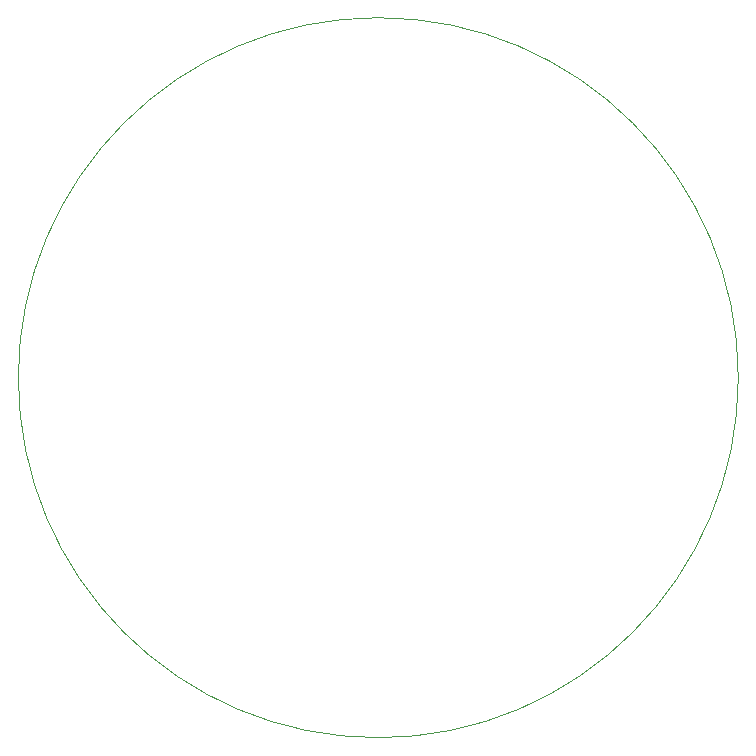
<source format=gbr>
%TF.GenerationSoftware,KiCad,Pcbnew,9.0.2*%
%TF.CreationDate,2025-06-18T20:19:25+05:30*%
%TF.ProjectId,redesign diya,72656465-7369-4676-9e20-646979612e6b,rev?*%
%TF.SameCoordinates,Original*%
%TF.FileFunction,Profile,NP*%
%FSLAX46Y46*%
G04 Gerber Fmt 4.6, Leading zero omitted, Abs format (unit mm)*
G04 Created by KiCad (PCBNEW 9.0.2) date 2025-06-18 20:19:25*
%MOMM*%
%LPD*%
G01*
G04 APERTURE LIST*
%TA.AperFunction,Profile*%
%ADD10C,0.050000*%
%TD*%
G04 APERTURE END LIST*
D10*
X151759501Y-87675000D02*
G75*
G02*
X90800499Y-87675000I-30479501J0D01*
G01*
X90800499Y-87675000D02*
G75*
G02*
X151759501Y-87675000I30479501J0D01*
G01*
M02*

</source>
